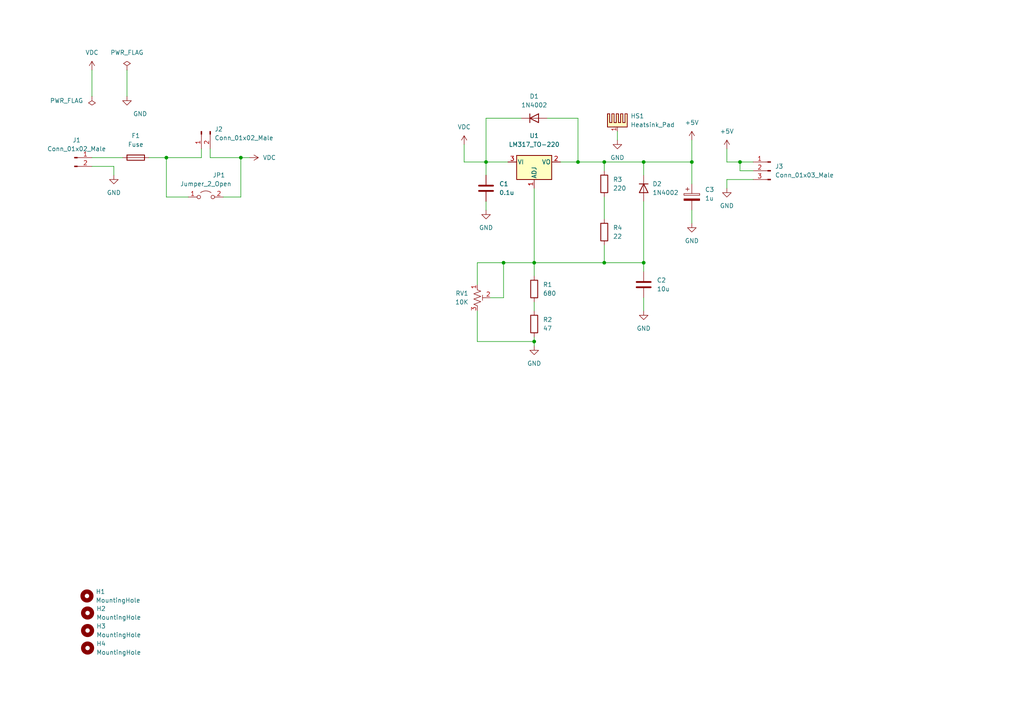
<source format=kicad_sch>
(kicad_sch (version 20211123) (generator eeschema)
  (paper "A4")
  (lib_symbols
    (symbol "Connector:Conn_01x02_Male" (pin_names (offset 1.016) hide)
      (property "Reference" "J" (at 0 2.54 0))
      (property "Value" "Conn_01x02_Male" (at 0 -5.08 0))
      (symbol "Conn_01x02_Male_1_1"
        (polyline (pts (xy 1.27 -2.54) (xy 0.8636 -2.54)) (stroke (width 0.1524)))
        (polyline (pts (xy 1.27 0) (xy 0.8636 0)) (stroke (width 0.1524)))
        (rectangle (start 0.8636 -2.413) (end 0 -2.667) (stroke (width 0.1524)) (fill (type outline)))
        (rectangle (start 0.8636 0.127) (end 0 -0.127) (stroke (width 0.1524)) (fill (type outline)))
        (pin passive line (at 5.08 0 180) (length 3.81) (name "Pin_1") (number "1"))
        (pin passive line (at 5.08 -2.54 180) (length 3.81) (name "Pin_2") (number "2"))
      )
    )
    (symbol "Connector:Conn_01x03_Male" (pin_names (offset 1.016) hide)
      (property "Reference" "J" (at 0 5.08 0))
      (property "Value" "Conn_01x03_Male" (at 0 -5.08 0))
      (symbol "Conn_01x03_Male_1_1"
        (polyline (pts (xy 1.27 -2.54) (xy 0.8636 -2.54)) (stroke (width 0.1524)))
        (polyline (pts (xy 1.27 0) (xy 0.8636 0)) (stroke (width 0.1524)))
        (polyline (pts (xy 1.27 2.54) (xy 0.8636 2.54)) (stroke (width 0.1524)))
        (rectangle (start 0.8636 -2.413) (end 0 -2.667) (stroke (width 0.1524)) (fill (type outline)))
        (rectangle (start 0.8636 0.127) (end 0 -0.127) (stroke (width 0.1524)) (fill (type outline)))
        (rectangle (start 0.8636 2.667) (end 0 2.413) (stroke (width 0.1524)) (fill (type outline)))
        (pin passive line (at 5.08 2.54 180) (length 3.81) (name "Pin_1") (number "1"))
        (pin passive line (at 5.08 0 180) (length 3.81) (name "Pin_2") (number "2"))
        (pin passive line (at 5.08 -2.54 180) (length 3.81) (name "Pin_3") (number "3"))
      )
    )
    (symbol "Device:C" (pin_numbers hide) (pin_names (offset 0.254))
      (property "Reference" "C" (at 0.635 2.54 0))
      (property "Value" "C" (at 0.635 -2.54 0))
      (symbol "C_0_1"
        (polyline (pts (xy -2.032 -0.762) (xy 2.032 -0.762)) (stroke (width 0.508)))
        (polyline (pts (xy -2.032 0.762) (xy 2.032 0.762)) (stroke (width 0.508)))
      )
      (symbol "C_1_1"
        (pin passive line (at 0 3.81 270) (length 2.794) (name "~") (number "1"))
        (pin passive line (at 0 -3.81 90) (length 2.794) (name "~") (number "2"))
      )
    )
    (symbol "Device:C_Polarized" (pin_numbers hide) (pin_names (offset 0.254))
      (property "Reference" "C" (at 0.635 2.54 0))
      (property "Value" "C_Polarized" (at 0.635 -2.54 0))
      (symbol "C_Polarized_0_1"
        (rectangle (start -2.286 0.508) (end 2.286 1.016))
        (polyline (pts (xy -1.778 2.286) (xy -0.762 2.286)))
        (polyline (pts (xy -1.27 2.794) (xy -1.27 1.778)))
        (rectangle (start 2.286 -0.508) (end -2.286 -1.016) (fill (type outline)))
      )
      (symbol "C_Polarized_1_1"
        (pin passive line (at 0 3.81 270) (length 2.794) (name "~") (number "1"))
        (pin passive line (at 0 -3.81 90) (length 2.794) (name "~") (number "2"))
      )
    )
    (symbol "Device:Fuse" (pin_numbers hide) (pin_names (offset 0))
      (property "Reference" "F" (at 2.032 0 90))
      (property "Value" "Fuse" (at -1.905 0 90))
      (symbol "Fuse_0_1"
        (rectangle (start -0.762 -2.54) (end 0.762 2.54) (stroke (width 0.254)))
        (polyline (pts (xy 0 2.54) (xy 0 -2.54)))
      )
      (symbol "Fuse_1_1"
        (pin passive line (at 0 3.81 270) (length 1.27) (name "~") (number "1"))
        (pin passive line (at 0 -3.81 90) (length 1.27) (name "~") (number "2"))
      )
    )
    (symbol "Device:R" (pin_numbers hide) (pin_names (offset 0))
      (property "Reference" "R" (at 2.032 0 90))
      (property "Value" "R" (at 0 0 90))
      (symbol "R_0_1"
        (rectangle (start -1.016 -2.54) (end 1.016 2.54) (stroke (width 0.254)))
      )
      (symbol "R_1_1"
        (pin passive line (at 0 3.81 270) (length 1.27) (name "~") (number "1"))
        (pin passive line (at 0 -3.81 90) (length 1.27) (name "~") (number "2"))
      )
    )
    (symbol "Device:R_Potentiometer_Trim_US" (pin_names (offset 1.016) hide)
      (property "Reference" "RV" (at -4.445 0 90))
      (property "Value" "R_Potentiometer_Trim_US" (at -2.54 0 90))
      (symbol "R_Potentiometer_Trim_US_0_1"
        (polyline (pts (xy 0 -2.286) (xy 0 -2.54)))
        (polyline (pts (xy 0 2.286) (xy 0 2.54)))
        (polyline (pts (xy 1.524 0.762) (xy 1.524 -0.762)))
        (polyline (pts (xy 2.54 0) (xy 1.524 0)))
        (polyline (pts (xy 0 -0.762) (xy 1.016 -1.143) (xy 0 -1.524) (xy -1.016 -1.905) (xy 0 -2.286)))
        (polyline (pts (xy 0 0.762) (xy 1.016 0.381) (xy 0 0) (xy -1.016 -0.381) (xy 0 -0.762)))
        (polyline (pts (xy 0 2.286) (xy 1.016 1.905) (xy 0 1.524) (xy -1.016 1.143) (xy 0 0.762)))
      )
      (symbol "R_Potentiometer_Trim_US_1_1"
        (pin passive line (at 0 3.81 270) (length 1.27) (name "1") (number "1"))
        (pin passive line (at 3.81 0 180) (length 1.27) (name "2") (number "2"))
        (pin passive line (at 0 -3.81 90) (length 1.27) (name "3") (number "3"))
      )
    )
    (symbol "Diode:1N4002" (pin_numbers hide) (pin_names hide)
      (property "Reference" "D" (at 0 2.54 0))
      (property "Value" "1N4002" (at 0 -2.54 0))
      (symbol "1N4002_0_1"
        (polyline (pts (xy -1.27 1.27) (xy -1.27 -1.27)) (stroke (width 0.254)))
        (polyline (pts (xy 1.27 0) (xy -1.27 0)))
        (polyline (pts (xy 1.27 1.27) (xy 1.27 -1.27) (xy -1.27 0) (xy 1.27 1.27)) (stroke (width 0.254)))
      )
      (symbol "1N4002_1_1"
        (pin passive line (at -3.81 0 0) (length 2.54) (name "K") (number "1"))
        (pin passive line (at 3.81 0 180) (length 2.54) (name "A") (number "2"))
      )
    )
    (symbol "Jumper:Jumper_2_Open" (pin_names (offset 0) hide)
      (property "Reference" "JP" (at 0 2.794 0))
      (property "Value" "Jumper_2_Open" (at 0 -2.286 0))
      (symbol "Jumper_2_Open_0_0"
        (circle (center -2.032 0) (radius 0.508))
        (circle (center 2.032 0) (radius 0.508))
      )
      (symbol "Jumper_2_Open_0_1"
        (arc (start 1.524 1.27) (mid 0 1.778) (end -1.524 1.27))
      )
      (symbol "Jumper_2_Open_1_1"
        (pin passive line (at -5.08 0 0) (length 2.54) (name "A") (number "1"))
        (pin passive line (at 5.08 0 180) (length 2.54) (name "B") (number "2"))
      )
    )
    (symbol "Mechanical:Heatsink_Pad" (pin_names (offset 0))
      (property "Reference" "HS" (at 0 5.715 0))
      (property "Value" "Heatsink_Pad" (at 0 3.81 0))
      (symbol "Heatsink_Pad_0_1"
        (polyline (pts (xy -0.3302 0) (xy -0.9652 0) (xy -0.9652 2.54) (xy -1.6002 2.54) (xy -1.6002 0) (xy -2.2352 0) (xy -2.2352 2.54) (xy -2.8702 2.54) (xy -2.8702 -1.27) (xy -0.9652 -1.27)) (stroke (width 0.254)) (fill (type background)))
        (polyline (pts (xy -0.3302 0) (xy -0.3302 2.54) (xy 0.3048 2.54) (xy 0.3048 0) (xy 0.9398 0) (xy 0.9398 2.54) (xy 1.5748 2.54) (xy 1.5748 0) (xy 2.2098 0) (xy 2.2098 2.54) (xy 2.8448 2.54) (xy 2.8448 -1.27) (xy -0.9652 -1.27)) (stroke (width 0.254)) (fill (type background)))
      )
      (symbol "Heatsink_Pad_1_1"
        (pin passive line (at 0 -2.54 90) (length 1.27) (name "~") (number "1"))
      )
    )
    (symbol "Mechanical:MountingHole" (pin_names (offset 1.016))
      (property "Reference" "H" (at 0 5.08 0))
      (property "Value" "MountingHole" (at 0 3.175 0))
      (symbol "MountingHole_0_1"
        (circle (center 0 0) (radius 1.27) (stroke (width 1.27)))
      )
    )
    (symbol "Regulator_Linear:LM317_TO-220" (pin_names (offset 0.254))
      (property "Reference" "U" (at -3.81 3.175 0))
      (property "Value" "LM317_TO-220" (at 0 3.175 0))
      (symbol "LM317_TO-220_0_1"
        (rectangle (start -5.08 1.905) (end 5.08 -5.08) (stroke (width 0.254)) (fill (type background)))
      )
      (symbol "LM317_TO-220_1_1"
        (pin input line (at 0 -7.62 90) (length 2.54) (name "ADJ") (number "1"))
        (pin power_out line (at 7.62 0 180) (length 2.54) (name "VO") (number "2"))
        (pin power_in line (at -7.62 0 0) (length 2.54) (name "VI") (number "3"))
      )
    )
    (symbol "power:+5V" (power) (pin_names (offset 0))
      (property "Value" "+5V" (at 0 3.556 0))
      (symbol "+5V_0_1"
        (polyline (pts (xy -0.762 1.27) (xy 0 2.54)))
        (polyline (pts (xy 0 0) (xy 0 2.54)))
        (polyline (pts (xy 0 2.54) (xy 0.762 1.27)))
      )
      (symbol "+5V_1_1"
        (pin power_in line (at 0 0 90) (length 0) hide (name "+5V") (number "1"))
      )
    )
    (symbol "power:GND" (power) (pin_names (offset 0))
      (property "Value" "GND" (at 0 -3.81 0))
      (symbol "GND_0_1"
        (polyline (pts (xy 0 0) (xy 0 -1.27) (xy 1.27 -1.27) (xy 0 -2.54) (xy -1.27 -1.27) (xy 0 -1.27)))
      )
      (symbol "GND_1_1"
        (pin power_in line (at 0 0 270) (length 0) hide (name "GND") (number "1"))
      )
    )
    (symbol "power:PWR_FLAG" (power) (pin_numbers hide) (pin_names (offset 0) hide)
      (property "Value" "PWR_FLAG" (at 0 3.81 0))
      (symbol "PWR_FLAG_0_0"
        (pin power_out line (at 0 0 90) (length 0) (name "pwr") (number "1"))
      )
      (symbol "PWR_FLAG_0_1"
        (polyline (pts (xy 0 0) (xy 0 1.27) (xy -1.016 1.905) (xy 0 2.54) (xy 1.016 1.905) (xy 0 1.27)))
      )
    )
    (symbol "power:VDC" (power) (pin_names (offset 0))
      (property "Value" "VDC" (at 0 6.35 0))
      (symbol "VDC_0_1"
        (polyline (pts (xy -0.762 1.27) (xy 0 2.54)))
        (polyline (pts (xy 0 0) (xy 0 2.54)))
        (polyline (pts (xy 0 2.54) (xy 0.762 1.27)))
      )
      (symbol "VDC_1_1"
        (pin power_in line (at 0 0 90) (length 0) hide (name "VDC") (number "1"))
      )
    )
  )
  (junction (at 167.64 46.99))
  (junction (at 214.63 46.99))
  (junction (at 186.69 76.2))
  (junction (at 69.85 45.72))
  (junction (at 154.94 76.2))
  (junction (at 154.94 99.06))
  (junction (at 200.66 46.99))
  (junction (at 146.05 76.2))
  (junction (at 175.26 76.2))
  (junction (at 48.26 45.72))
  (junction (at 175.26 46.99))
  (junction (at 140.97 46.99))
  (junction (at 186.69 46.99))
  (wire (pts (xy 140.97 46.99) (xy 147.32 46.99)))
  (wire (pts (xy 175.26 57.15) (xy 175.26 63.5)))
  (wire (pts (xy 218.44 49.53) (xy 214.63 49.53)))
  (wire (pts (xy 167.64 34.29) (xy 167.64 46.99)))
  (wire (pts (xy 36.83 20.32) (xy 36.83 27.94)))
  (wire (pts (xy 60.96 45.72) (xy 69.85 45.72)))
  (wire (pts (xy 138.43 82.55) (xy 138.43 76.2)))
  (wire (pts (xy 214.63 46.99) (xy 218.44 46.99)))
  (wire (pts (xy 186.69 46.99) (xy 200.66 46.99)))
  (wire (pts (xy 138.43 90.17) (xy 138.43 99.06)))
  (wire (pts (xy 140.97 58.42) (xy 140.97 60.96)))
  (wire (pts (xy 134.62 41.91) (xy 134.62 46.99)))
  (wire (pts (xy 142.24 86.36) (xy 146.05 86.36)))
  (wire (pts (xy 214.63 46.99) (xy 210.82 46.99)))
  (wire (pts (xy 158.75 34.29) (xy 167.64 34.29)))
  (wire (pts (xy 138.43 99.06) (xy 154.94 99.06)))
  (wire (pts (xy 26.67 45.72) (xy 35.56 45.72)))
  (wire (pts (xy 26.67 20.32) (xy 26.67 27.94)))
  (wire (pts (xy 154.94 99.06) (xy 154.94 100.33)))
  (wire (pts (xy 154.94 76.2) (xy 154.94 80.01)))
  (wire (pts (xy 214.63 49.53) (xy 214.63 46.99)))
  (wire (pts (xy 210.82 46.99) (xy 210.82 43.18)))
  (wire (pts (xy 140.97 34.29) (xy 140.97 46.99)))
  (wire (pts (xy 60.96 43.18) (xy 60.96 45.72)))
  (wire (pts (xy 200.66 46.99) (xy 200.66 53.34)))
  (wire (pts (xy 186.69 86.36) (xy 186.69 90.17)))
  (wire (pts (xy 200.66 60.96) (xy 200.66 64.77)))
  (wire (pts (xy 140.97 46.99) (xy 140.97 50.8)))
  (wire (pts (xy 154.94 54.61) (xy 154.94 76.2)))
  (wire (pts (xy 162.56 46.99) (xy 167.64 46.99)))
  (wire (pts (xy 151.13 34.29) (xy 140.97 34.29)))
  (wire (pts (xy 210.82 52.07) (xy 210.82 54.61)))
  (wire (pts (xy 167.64 46.99) (xy 175.26 46.99)))
  (wire (pts (xy 64.77 57.15) (xy 69.85 57.15)))
  (wire (pts (xy 134.62 46.99) (xy 140.97 46.99)))
  (wire (pts (xy 69.85 57.15) (xy 69.85 45.72)))
  (wire (pts (xy 138.43 76.2) (xy 146.05 76.2)))
  (wire (pts (xy 58.42 45.72) (xy 58.42 43.18)))
  (wire (pts (xy 26.67 48.26) (xy 33.02 48.26)))
  (wire (pts (xy 54.61 57.15) (xy 48.26 57.15)))
  (wire (pts (xy 175.26 46.99) (xy 186.69 46.99)))
  (wire (pts (xy 43.18 45.72) (xy 48.26 45.72)))
  (wire (pts (xy 154.94 97.79) (xy 154.94 99.06)))
  (wire (pts (xy 179.07 38.1) (xy 179.07 40.64)))
  (wire (pts (xy 146.05 76.2) (xy 154.94 76.2)))
  (wire (pts (xy 200.66 46.99) (xy 200.66 40.64)))
  (wire (pts (xy 186.69 76.2) (xy 175.26 76.2)))
  (wire (pts (xy 154.94 87.63) (xy 154.94 90.17)))
  (wire (pts (xy 186.69 58.42) (xy 186.69 76.2)))
  (wire (pts (xy 48.26 57.15) (xy 48.26 45.72)))
  (wire (pts (xy 186.69 46.99) (xy 186.69 50.8)))
  (wire (pts (xy 48.26 45.72) (xy 58.42 45.72)))
  (wire (pts (xy 175.26 76.2) (xy 154.94 76.2)))
  (wire (pts (xy 69.85 45.72) (xy 72.39 45.72)))
  (wire (pts (xy 33.02 48.26) (xy 33.02 50.8)))
  (wire (pts (xy 175.26 71.12) (xy 175.26 76.2)))
  (wire (pts (xy 210.82 52.07) (xy 218.44 52.07)))
  (wire (pts (xy 186.69 76.2) (xy 186.69 78.74)))
  (wire (pts (xy 146.05 86.36) (xy 146.05 76.2)))
  (wire (pts (xy 175.26 46.99) (xy 175.26 49.53)))
  (symbol (lib_id "Device:C") (at 186.69 82.55 0) (unit 1)
    (property "Reference" "C2" (at 190.5 81.2799 0) (effects (justify left)))
    (property "Value" "10u" (at 190.5 83.8199 0) (effects (justify left)))
    (property "Footprint" "Capacitor_THT:CP_Radial_D5.0mm_P2.00mm" (effects hide))
  )
  (symbol (lib_id "Jumper:Jumper_2_Open") (at 59.69 57.15 0) (unit 1)
    (property "Reference" "JP1" (at 63.5 50.8 0))
    (property "Value" "Jumper_2_Open" (at 59.69 53.34 0))
    (property "Footprint" "TestPoint:TestPoint_2Pads_Pitch2.54mm_Drill0.8mm" (effects hide))
  )
  (symbol (lib_id "power:+5V") (at 200.66 40.64 0) (unit 1)
    (property "Reference" "#PWR0109" (effects hide))
    (property "Value" "+5V" (at 200.66 35.56 0))
  )
  (symbol (lib_id "power:VDC") (at 26.67 20.32 0) (unit 1)
    (property "Reference" "#PWR0112" (effects hide))
    (property "Value" "VDC" (at 26.67 15.24 0))
  )
  (symbol (lib_id "Device:R") (at 175.26 67.31 0) (unit 1)
    (property "Reference" "R4" (at 177.8 66.0399 0) (effects (justify left)))
    (property "Value" "22" (at 177.8 68.5799 0) (effects (justify left)))
    (property "Footprint" "Resistor_THT:R_Axial_DIN0207_L6.3mm_D2.5mm_P10.16mm_Horizontal" (effects hide))
  )
  (symbol (lib_id "Device:R_Potentiometer_Trim_US") (at 138.43 86.36 0) (unit 1)
    (property "Reference" "RV1" (at 135.89 85.0899 0) (effects (justify right)))
    (property "Value" "10K" (at 135.89 87.6299 0) (effects (justify right)))
    (property "Footprint" "Potentiometer_THT:Potentiometer_Bourns_3266Y_Vertical" (effects hide))
    (property "PartNumber" "3266Y-1-103LF" (effects hide))
  )
  (symbol (lib_id "Device:R") (at 154.94 83.82 0) (unit 1)
    (property "Reference" "R1" (at 157.48 82.5499 0) (effects (justify left)))
    (property "Value" "680" (at 157.48 85.0899 0) (effects (justify left)))
    (property "Footprint" "Resistor_THT:R_Axial_DIN0207_L6.3mm_D2.5mm_P10.16mm_Horizontal" (effects hide))
  )
  (symbol (lib_id "Device:C") (at 140.97 54.61 0) (unit 1)
    (property "Reference" "C1" (at 144.78 53.3399 0) (effects (justify left)))
    (property "Value" "0.1u" (at 144.78 55.8799 0) (effects (justify left)))
    (property "Footprint" "Capacitor_THT:CP_Radial_D4.0mm_P2.00mm" (effects hide))
  )
  (symbol (lib_id "power:GND") (at 200.66 64.77 0) (unit 1)
    (property "Reference" "#PWR0106" (effects hide))
    (property "Value" "GND" (at 200.66 69.85 0))
  )
  (symbol (lib_id "Connector:Conn_01x02_Male") (at 21.59 45.72 0) (unit 1)
    (property "Reference" "J1" (at 22.225 40.64 0))
    (property "Value" "Conn_01x02_Male" (at 22.225 43.18 0))
    (property "Footprint" "Connector_JST:JST_XH_B2B-XH-AM_1x02_P2.50mm_Vertical" (effects hide))
  )
  (symbol (lib_id "power:VDC") (at 72.39 45.72 270) (unit 1)
    (property "Reference" "#PWR0101" (effects hide))
    (property "Value" "VDC" (at 76.2 45.7199 90) (effects (justify left)))
  )
  (symbol (lib_id "Device:Fuse") (at 39.37 45.72 90) (unit 1)
    (property "Reference" "F1" (at 39.37 39.37 90))
    (property "Value" "Fuse" (at 39.37 41.91 90))
    (property "Footprint" "Fuse:Fuseholder_Clip-5x20mm_Schurter_CQM_Inline_P20.60x5.00mm_D1.00mm_Horizontal" (effects hide))
  )
  (symbol (lib_id "Diode:1N4002") (at 154.94 34.29 0) (unit 1)
    (property "Reference" "D1" (at 154.94 27.94 0))
    (property "Value" "1N4002" (at 154.94 30.48 0))
    (property "Footprint" "Diode_THT:D_DO-41_SOD81_P10.16mm_Horizontal" (effects hide))
    (property "Datasheet" "http://www.vishay.com/docs/88503/1n4001.pdf" (effects hide))
  )
  (symbol (lib_id "Diode:1N4002") (at 186.69 54.61 270) (unit 1)
    (property "Reference" "D2" (at 189.23 53.3399 90) (effects (justify left)))
    (property "Value" "1N4002" (at 189.23 55.8799 90) (effects (justify left)))
    (property "Footprint" "Diode_THT:D_DO-41_SOD81_P10.16mm_Horizontal" (effects hide))
    (property "Datasheet" "http://www.vishay.com/docs/88503/1n4001.pdf" (effects hide))
  )
  (symbol (lib_id "Connector:Conn_01x02_Male") (at 58.42 38.1 90) (mirror x) (unit 1)
    (property "Reference" "J2" (at 62.23 37.4649 90) (effects (justify right)))
    (property "Value" "Conn_01x02_Male" (at 62.23 40.0049 90) (effects (justify right)))
    (property "Footprint" "Connector_JST:JST_XH_B2B-XH-AM_1x02_P2.50mm_Vertical" (effects hide))
  )
  (symbol (lib_id "power:+5V") (at 210.82 43.18 0) (unit 1)
    (property "Reference" "#PWR0110" (effects hide))
    (property "Value" "+5V" (at 210.82 38.1 0))
  )
  (symbol (lib_id "Connector:Conn_01x03_Male") (at 223.52 49.53 0) (mirror y) (unit 1)
    (property "Reference" "J3" (at 224.79 48.2599 0) (effects (justify right)))
    (property "Value" "Conn_01x03_Male" (at 224.79 50.7999 0) (effects (justify right)))
    (property "Footprint" "Connector_JST:JST_XH_B3B-XH-A_1x03_P2.50mm_Vertical" (effects hide))
  )
  (symbol (lib_id "power:GND") (at 36.83 27.94 0) (unit 1)
    (property "Reference" "#PWR0111" (effects hide))
    (property "Value" "GND" (at 40.64 33.02 0))
  )
  (symbol (lib_id "power:GND") (at 179.07 40.64 0) (unit 1)
    (property "Reference" "#PWR01" (effects hide))
    (property "Value" "GND" (at 179.07 45.72 0))
  )
  (symbol (lib_id "power:GND") (at 186.69 90.17 0) (unit 1)
    (property "Reference" "#PWR0107" (effects hide))
    (property "Value" "GND" (at 186.69 95.25 0))
  )
  (symbol (lib_id "Mechanical:Heatsink_Pad") (at 179.07 35.56 0) (unit 1)
    (property "Reference" "HS1" (at 182.88 33.6549 0) (effects (justify left)))
    (property "Value" "Heatsink_Pad" (at 182.88 36.1949 0) (effects (justify left)))
    (property "Footprint" "Project_Custom:Heatsink_TO-220-3_Vertical_Amazon_B078ZXZ1GN" (effects hide))
  )
  (symbol (lib_id "Regulator_Linear:LM317_TO-220") (at 154.94 46.99 0) (unit 1)
    (property "Reference" "U1" (at 154.94 39.37 0))
    (property "Value" "LM317_TO-220" (at 154.94 41.91 0))
    (property "Footprint" "Package_TO_SOT_THT:TO-220-3_Vertical" (effects hide))
    (property "Datasheet" "http://www.ti.com/lit/ds/symlink/lm317.pdf" (effects hide))
  )
  (symbol (lib_id "Mechanical:MountingHole") (at 25.4 187.96 0) (unit 1)
    (property "Reference" "H4" (at 27.94 186.6899 0) (effects (justify left)))
    (property "Value" "MountingHole" (at 27.94 189.2299 0) (effects (justify left)))
    (property "Footprint" "MountingHole:MountingHole_3.2mm_M3" (effects hide))
  )
  (symbol (lib_id "Mechanical:MountingHole") (at 25.226 172.8566 0) (unit 1)
    (property "Reference" "H1" (at 27.766 171.5865 0) (effects (justify left)))
    (property "Value" "MountingHole" (at 27.766 174.1265 0) (effects (justify left)))
    (property "Footprint" "MountingHole:MountingHole_3.2mm_M3" (effects hide))
  )
  (symbol (lib_id "Mechanical:MountingHole") (at 25.4 182.88 0) (unit 1)
    (property "Reference" "H3" (at 27.94 181.6099 0) (effects (justify left)))
    (property "Value" "MountingHole" (at 27.94 184.1499 0) (effects (justify left)))
    (property "Footprint" "MountingHole:MountingHole_3.2mm_M3" (effects hide))
  )
  (symbol (lib_id "power:GND") (at 33.02 50.8 0) (unit 1)
    (property "Reference" "#PWR0102" (effects hide))
    (property "Value" "GND" (at 33.02 55.88 0))
  )
  (symbol (lib_id "power:GND") (at 210.82 54.61 0) (unit 1)
    (property "Reference" "#PWR0105" (effects hide))
    (property "Value" "GND" (at 210.82 59.69 0))
  )
  (symbol (lib_id "power:PWR_FLAG") (at 36.83 20.32 0) (unit 1)
    (property "Reference" "#FLG0101" (effects hide))
    (property "Value" "PWR_FLAG" (at 36.83 15.24 0))
  )
  (symbol (lib_id "Device:R") (at 154.94 93.98 0) (unit 1)
    (property "Reference" "R2" (at 157.48 92.7099 0) (effects (justify left)))
    (property "Value" "47" (at 157.48 95.2499 0) (effects (justify left)))
    (property "Footprint" "Resistor_THT:R_Axial_DIN0207_L6.3mm_D2.5mm_P10.16mm_Horizontal" (effects hide))
  )
  (symbol (lib_id "power:VDC") (at 134.62 41.91 0) (unit 1)
    (property "Reference" "#PWR0103" (effects hide))
    (property "Value" "VDC" (at 134.62 36.83 0))
  )
  (symbol (lib_id "power:GND") (at 140.97 60.96 0) (unit 1)
    (property "Reference" "#PWR0104" (effects hide))
    (property "Value" "GND" (at 140.97 66.04 0))
  )
  (symbol (lib_id "Mechanical:MountingHole") (at 25.4 177.8 0) (unit 1)
    (property "Reference" "H2" (at 27.94 176.5299 0) (effects (justify left)))
    (property "Value" "MountingHole" (at 27.94 179.0699 0) (effects (justify left)))
    (property "Footprint" "MountingHole:MountingHole_3.2mm_M3" (effects hide))
  )
  (symbol (lib_id "Device:R") (at 175.26 53.34 0) (unit 1)
    (property "Reference" "R3" (at 177.8 52.0699 0) (effects (justify left)))
    (property "Value" "220" (at 177.8 54.6099 0) (effects (justify left)))
    (property "Footprint" "Resistor_THT:R_Axial_DIN0207_L6.3mm_D2.5mm_P10.16mm_Horizontal" (effects hide))
  )
  (symbol (lib_id "Device:C_Polarized") (at 200.66 57.15 0) (unit 1)
    (property "Reference" "C3" (at 204.47 54.9909 0) (effects (justify left)))
    (property "Value" "1u" (at 204.47 57.5309 0) (effects (justify left)))
    (property "Footprint" "Capacitor_THT:CP_Radial_D5.0mm_P2.50mm" (effects hide))
  )
  (symbol (lib_id "power:GND") (at 154.94 100.33 0) (unit 1)
    (property "Reference" "#PWR0108" (effects hide))
    (property "Value" "GND" (at 154.94 105.41 0))
  )
  (symbol (lib_id "power:PWR_FLAG") (at 26.67 27.94 0) (mirror x) (unit 1)
    (property "Reference" "#FLG0102" (effects hide))
    (property "Value" "PWR_FLAG" (at 24.13 29.2099 0) (effects (justify right)))
  )
)
</source>
